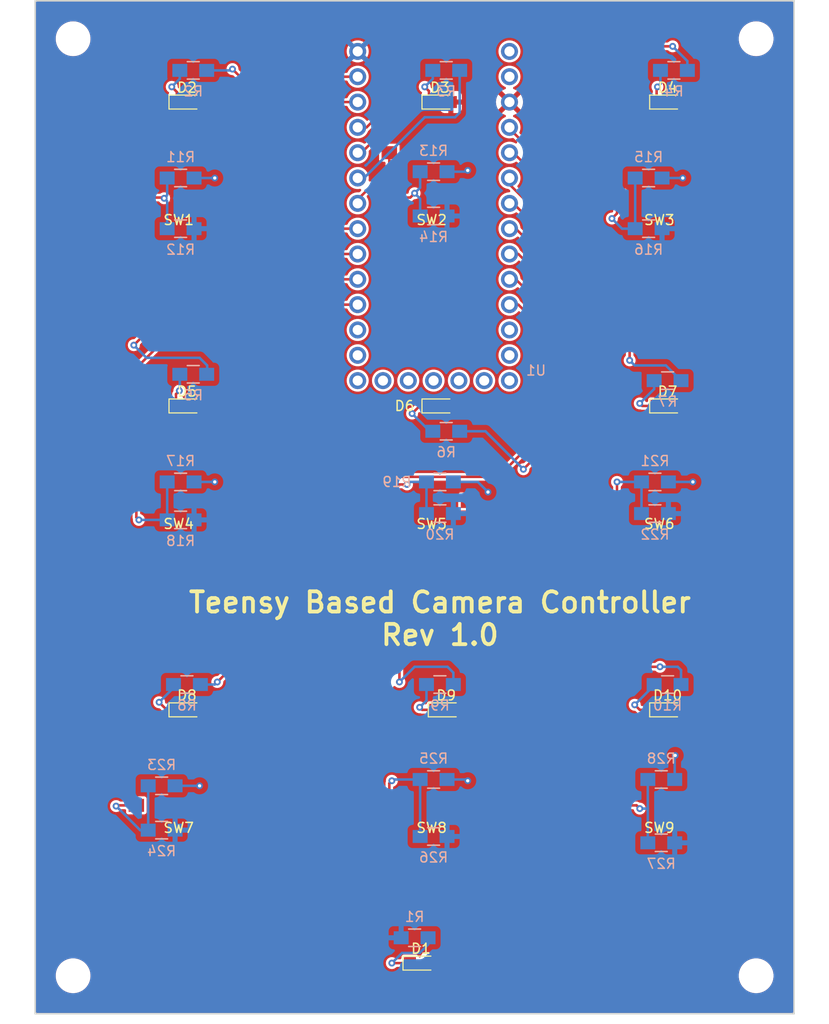
<source format=kicad_pcb>
(kicad_pcb (version 20221018) (generator pcbnew)
  (layers (0 "F.Cu" signal) (31 "B.Cu" signal) (34 "B.Paste" user) (35 "F.Paste" user) (36 "B.SilkS" user "B.Silkscreen") (37 "F.SilkS" user "F.Silkscreen") (38 "B.Mask" user) (39 "F.Mask" user) (44 "Edge.Cuts" user))
  (net 0 "")
  (net 1 "+3V3")
  (net 2 "Net-(D1-Pad1)")
  (net 3 "Net-(D2-Pad1)")
  (net 4 "Net-(D3-Pad1)")
  (net 5 "Net-(D4-Pad1)")
  (net 6 "Net-(D5-Pad1)")
  (net 7 "Net-(D6-Pad1)")
  (net 8 "Net-(D7-Pad1)")
  (net 9 "Net-(D8-Pad1)")
  (net 10 "Net-(D9-Pad1)")
  (net 11 "Net-(D10-Pad1)")
  (net 12 "GND")
  (net 13 "/LED1")
  (net 14 "/LED2")
  (net 15 "/LED3")
  (net 16 "/LED4")
  (net 17 "/LED5")
  (net 18 "/LED6")
  (net 19 "/LED7")
  (net 20 "/LED8")
  (net 21 "Net-(R11-Pad2)")
  (net 22 "Net-(R13-Pad2)")
  (net 23 "Net-(R15-Pad2)")
  (net 24 "Net-(R17-Pad2)")
  (net 25 "Net-(R19-Pad2)")
  (net 26 "Net-(R21-Pad2)")
  (net 27 "Net-(R23-Pad2)")
  (net 28 "Net-(R25-Pad2)")
  (net 29 "Net-(R27-Pad1)")
  (net 30 "Net-(U1-Pad25)")
  (net 31 "Net-(U1-Pad26)")
  (net 32 "Net-(U1-Pad28)")
  (net 33 "Net-(U1-Pad29)")
  (net 34 "Net-(U1-Pad30)")
  (net 35 "Net-(U1-Pad31)")
  (net 36 "Net-(U1-Pad32)")
  (net 37 "/LED9")
  (net 38 "/SW1")
  (net 39 "/SW2")
  (net 40 "/SW3")
  (net 41 "/SW4")
  (net 42 "/SW5")
  (net 43 "/SW6")
  (net 44 "/SW7")
  (net 45 "/SW8")
  (net 46 "/SW9")
  (net 47 "Net-(U1-Pad10)")
  (net 48 "Net-(U1-Pad11)")
  (net 49 "Net-(U1-Pad12)")
  (net 50 "Net-(U1-Pad13)")
  (net 51 "Net-(U1-Pad14)")
  (net 52 "Net-(U1-Pad15)")
  (footprint "LEDs:LED_0805" (layer "F.Cu") (at 135.255 137.16)
    (fp_text reference "D1" (at 0 -1.45) (layer "F.SilkS"))
    (fp_text value "LED")
    (pad "1" smd rect (at -1.1 0 180) (size 1.2 1.2) (layers "F.Cu" "F.Paste" "F.Mask") (net 2 "Net-(D1-Pad1)"))
    (pad "2" smd rect (at 1.1 0 180) (size 1.2 1.2) (layers "F.Cu" "F.Paste" "F.Mask") (net 1 "+3V3"))
  )
  (footprint "LEDs:LED_0805" (layer "F.Cu") (at 111.76 50.8)
    (fp_text reference "D2" (at 0 -1.45) (layer "F.SilkS"))
    (fp_text value "LED")
    (pad "1" smd rect (at -1.1 0 180) (size 1.2 1.2) (layers "F.Cu" "F.Paste" "F.Mask") (net 3 "Net-(D2-Pad1)"))
    (pad "2" smd rect (at 1.1 0 180) (size 1.2 1.2) (layers "F.Cu" "F.Paste" "F.Mask") (net 1 "+3V3"))
  )
  (footprint "LEDs:LED_0805" (layer "F.Cu") (at 137.16 50.8)
    (fp_text reference "D3" (at 0 -1.45) (layer "F.SilkS"))
    (fp_text value "LED")
    (pad "1" smd rect (at -1.1 0 180) (size 1.2 1.2) (layers "F.Cu" "F.Paste" "F.Mask") (net 4 "Net-(D3-Pad1)"))
    (pad "2" smd rect (at 1.1 0 180) (size 1.2 1.2) (layers "F.Cu" "F.Paste" "F.Mask") (net 1 "+3V3"))
  )
  (footprint "LEDs:LED_0805" (layer "F.Cu") (at 160.02 50.8)
    (fp_text reference "D4" (at 0 -1.45) (layer "F.SilkS"))
    (fp_text value "LED")
    (pad "1" smd rect (at -1.1 0 180) (size 1.2 1.2) (layers "F.Cu" "F.Paste" "F.Mask") (net 5 "Net-(D4-Pad1)"))
    (pad "2" smd rect (at 1.1 0 180) (size 1.2 1.2) (layers "F.Cu" "F.Paste" "F.Mask") (net 1 "+3V3"))
  )
  (footprint "LEDs:LED_0805" (layer "F.Cu") (at 111.76 81.28)
    (fp_text reference "D5" (at 0 -1.45) (layer "F.SilkS"))
    (fp_text value "LED")
    (pad "1" smd rect (at -1.1 0 180) (size 1.2 1.2) (layers "F.Cu" "F.Paste" "F.Mask") (net 6 "Net-(D5-Pad1)"))
    (pad "2" smd rect (at 1.1 0 180) (size 1.2 1.2) (layers "F.Cu" "F.Paste" "F.Mask") (net 1 "+3V3"))
  )
  (footprint "LEDs:LED_0805" (layer "F.Cu") (at 137.16 81.28)
    (fp_text reference "D6" (at -3.556 0) (layer "F.SilkS"))
    (fp_text value "LED")
    (pad "1" smd rect (at -1.1 0 180) (size 1.2 1.2) (layers "F.Cu" "F.Paste" "F.Mask") (net 7 "Net-(D6-Pad1)"))
    (pad "2" smd rect (at 1.1 0 180) (size 1.2 1.2) (layers "F.Cu" "F.Paste" "F.Mask") (net 1 "+3V3"))
  )
  (footprint "LEDs:LED_0805" (layer "F.Cu") (at 160.02 81.28)
    (fp_text reference "D7" (at 0 -1.45) (layer "F.SilkS"))
    (fp_text value "LED")
    (pad "1" smd rect (at -1.1 0 180) (size 1.2 1.2) (layers "F.Cu" "F.Paste" "F.Mask") (net 8 "Net-(D7-Pad1)"))
    (pad "2" smd rect (at 1.1 0 180) (size 1.2 1.2) (layers "F.Cu" "F.Paste" "F.Mask") (net 1 "+3V3"))
  )
  (footprint "LEDs:LED_0805" (layer "F.Cu") (at 111.76 111.76)
    (fp_text reference "D8" (at 0 -1.45) (layer "F.SilkS"))
    (fp_text value "LED")
    (pad "1" smd rect (at -1.1 0 180) (size 1.2 1.2) (layers "F.Cu" "F.Paste" "F.Mask") (net 9 "Net-(D8-Pad1)"))
    (pad "2" smd rect (at 1.1 0 180) (size 1.2 1.2) (layers "F.Cu" "F.Paste" "F.Mask") (net 1 "+3V3"))
  )
  (footprint "LEDs:LED_0805" (layer "F.Cu") (at 137.795 111.76)
    (fp_text reference "D9" (at 0 -1.45) (layer "F.SilkS"))
    (fp_text value "LED")
    (pad "1" smd rect (at -1.1 0 180) (size 1.2 1.2) (layers "F.Cu" "F.Paste" "F.Mask") (net 10 "Net-(D9-Pad1)"))
    (pad "2" smd rect (at 1.1 0 180) (size 1.2 1.2) (layers "F.Cu" "F.Paste" "F.Mask") (net 1 "+3V3"))
  )
  (footprint "LEDs:LED_0805" (layer "F.Cu") (at 160.02 111.76)
    (fp_text reference "D10" (at 0 -1.45) (layer "F.SilkS"))
    (fp_text value "LED")
    (pad "1" smd rect (at -1.1 0 180) (size 1.2 1.2) (layers "F.Cu" "F.Paste" "F.Mask") (net 11 "Net-(D10-Pad1)"))
    (pad "2" smd rect (at 1.1 0 180) (size 1.2 1.2) (layers "F.Cu" "F.Paste" "F.Mask") (net 1 "+3V3"))
  )
  (footprint "Key:PTS645SK43SMTR92" (layer "F.Cu") (at 106.68 55.88)
    (fp_text reference "SW1" (at 4.25 6.75) (layer "F.SilkS"))
    (fp_text value "SW_Push")
    (pad "1" smd rect (at 0 0) (size 1.55 1.3) (layers "F.Cu" "F.Paste" "F.Mask") (net 38 "/SW1"))
    (pad "2" smd rect (at 0 4.5) (size 1.55 1.3) (layers "F.Cu" "F.Paste" "F.Mask") (net 21 "Net-(R11-Pad2)"))
    (pad "3" smd rect (at 7.95 4.5) (size 1.55 1.3) (layers "F.Cu" "F.Paste" "F.Mask"))
    (pad "4" smd rect (at 7.95 0) (size 1.55 1.3) (layers "F.Cu" "F.Paste" "F.Mask"))
  )
  (footprint "Key:PTS645SK43SMTR92" (layer "F.Cu") (at 132.08 55.88)
    (fp_text reference "SW2" (at 4.25 6.75) (layer "F.SilkS"))
    (fp_text value "SW_Push")
    (pad "1" smd rect (at 0 0) (size 1.55 1.3) (layers "F.Cu" "F.Paste" "F.Mask") (net 39 "/SW2"))
    (pad "2" smd rect (at 0 4.5) (size 1.55 1.3) (layers "F.Cu" "F.Paste" "F.Mask") (net 22 "Net-(R13-Pad2)"))
    (pad "3" smd rect (at 7.95 4.5) (size 1.55 1.3) (layers "F.Cu" "F.Paste" "F.Mask"))
    (pad "4" smd rect (at 7.95 0) (size 1.55 1.3) (layers "F.Cu" "F.Paste" "F.Mask"))
  )
  (footprint "Key:PTS645SK43SMTR92" (layer "F.Cu") (at 154.94 55.88)
    (fp_text reference "SW3" (at 4.25 6.75) (layer "F.SilkS"))
    (fp_text value "SW_Push")
    (pad "1" smd rect (at 0 0) (size 1.55 1.3) (layers "F.Cu" "F.Paste" "F.Mask") (net 40 "/SW3"))
    (pad "2" smd rect (at 0 4.5) (size 1.55 1.3) (layers "F.Cu" "F.Paste" "F.Mask") (net 23 "Net-(R15-Pad2)"))
    (pad "3" smd rect (at 7.95 4.5) (size 1.55 1.3) (layers "F.Cu" "F.Paste" "F.Mask"))
    (pad "4" smd rect (at 7.95 0) (size 1.55 1.3) (layers "F.Cu" "F.Paste" "F.Mask"))
  )
  (footprint "Key:PTS645SK43SMTR92" (layer "F.Cu") (at 106.68 86.36)
    (fp_text reference "SW4" (at 4.25 6.75) (layer "F.SilkS"))
    (fp_text value "SW_Push")
    (pad "1" smd rect (at 0 0) (size 1.55 1.3) (layers "F.Cu" "F.Paste" "F.Mask") (net 41 "/SW4"))
    (pad "2" smd rect (at 0 4.5) (size 1.55 1.3) (layers "F.Cu" "F.Paste" "F.Mask") (net 24 "Net-(R17-Pad2)"))
    (pad "3" smd rect (at 7.95 4.5) (size 1.55 1.3) (layers "F.Cu" "F.Paste" "F.Mask"))
    (pad "4" smd rect (at 7.95 0) (size 1.55 1.3) (layers "F.Cu" "F.Paste" "F.Mask"))
  )
  (footprint "Key:PTS645SK43SMTR92" (layer "F.Cu") (at 132.08 86.36)
    (fp_text reference "SW5" (at 4.25 6.75) (layer "F.SilkS"))
    (fp_text value "SW_Push")
    (pad "1" smd rect (at 0 0) (size 1.55 1.3) (layers "F.Cu" "F.Paste" "F.Mask") (net 42 "/SW5"))
    (pad "2" smd rect (at 0 4.5) (size 1.55 1.3) (layers "F.Cu" "F.Paste" "F.Mask") (net 25 "Net-(R19-Pad2)"))
    (pad "3" smd rect (at 7.95 4.5) (size 1.55 1.3) (layers "F.Cu" "F.Paste" "F.Mask"))
    (pad "4" smd rect (at 7.95 0) (size 1.55 1.3) (layers "F.Cu" "F.Paste" "F.Mask"))
  )
  (footprint "Key:PTS645SK43SMTR92" (layer "F.Cu") (at 154.94 86.36)
    (fp_text reference "SW6" (at 4.25 6.75) (layer "F.SilkS"))
    (fp_text value "SW_Push")
    (pad "1" smd rect (at 0 0) (size 1.55 1.3) (layers "F.Cu" "F.Paste" "F.Mask") (net 43 "/SW6"))
    (pad "2" smd rect (at 0 4.5) (size 1.55 1.3) (layers "F.Cu" "F.Paste" "F.Mask") (net 26 "Net-(R21-Pad2)"))
    (pad "3" smd rect (at 7.95 4.5) (size 1.55 1.3) (layers "F.Cu" "F.Paste" "F.Mask"))
    (pad "4" smd rect (at 7.95 0) (size 1.55 1.3) (layers "F.Cu" "F.Paste" "F.Mask"))
  )
  (footprint "Key:PTS645SK43SMTR92" (layer "F.Cu") (at 106.68 116.84)
    (fp_text reference "SW7" (at 4.25 6.75) (layer "F.SilkS"))
    (fp_text value "SW_Push")
    (pad "1" smd rect (at 0 0) (size 1.55 1.3) (layers "F.Cu" "F.Paste" "F.Mask") (net 44 "/SW7"))
    (pad "2" smd rect (at 0 4.5) (size 1.55 1.3) (layers "F.Cu" "F.Paste" "F.Mask") (net 27 "Net-(R23-Pad2)"))
    (pad "3" smd rect (at 7.95 4.5) (size 1.55 1.3) (layers "F.Cu" "F.Paste" "F.Mask"))
    (pad "4" smd rect (at 7.95 0) (size 1.55 1.3) (layers "F.Cu" "F.Paste" "F.Mask"))
  )
  (footprint "Key:PTS645SK43SMTR92" (layer "F.Cu") (at 132.08 116.84)
    (fp_text reference "SW8" (at 4.25 6.75) (layer "F.SilkS"))
    (fp_text value "SW_Push")
    (pad "1" smd rect (at 0 0) (size 1.55 1.3) (layers "F.Cu" "F.Paste" "F.Mask") (net 45 "/SW8"))
    (pad "2" smd rect (at 0 4.5) (size 1.55 1.3) (layers "F.Cu" "F.Paste" "F.Mask") (net 28 "Net-(R25-Pad2)"))
    (pad "3" smd rect (at 7.95 4.5) (size 1.55 1.3) (layers "F.Cu" "F.Paste" "F.Mask"))
    (pad "4" smd rect (at 7.95 0) (size 1.55 1.3) (layers "F.Cu" "F.Paste" "F.Mask"))
  )
  (footprint "Key:PTS645SK43SMTR92" (layer "F.Cu") (at 154.94 116.84)
    (fp_text reference "SW9" (at 4.25 6.75) (layer "F.SilkS"))
    (fp_text value "SW_Push")
    (pad "1" smd rect (at 0 0) (size 1.55 1.3) (layers "F.Cu" "F.Paste" "F.Mask") (net 46 "/SW9"))
    (pad "2" smd rect (at 0 4.5) (size 1.55 1.3) (layers "F.Cu" "F.Paste" "F.Mask") (net 29 "Net-(R27-Pad1)"))
    (pad "3" smd rect (at 7.95 4.5) (size 1.55 1.3) (layers "F.Cu" "F.Paste" "F.Mask"))
    (pad "4" smd rect (at 7.95 0) (size 1.55 1.3) (layers "F.Cu" "F.Paste" "F.Mask"))
  )
  (footprint "Mounting_Holes:MountingHole_3mm" (layer "F.Cu") (at 168.91 44.45)
    (fp_text reference "REF**" hide)
    (fp_text value "MountingHole_3mm")
    (pad "" np_thru_hole circle locked (at 0 0) (size 3 3) (drill 3) (layers "*.Cu" "*.Mask"))
  )
  (footprint "Mounting_Holes:MountingHole_3mm" (layer "F.Cu") (at 100.33 44.45)
    (fp_text reference "REF**" hide)
    (fp_text value "MountingHole_3mm")
    (pad "" np_thru_hole circle locked (at 0 0) (size 3 3) (drill 3) (layers "*.Cu" "*.Mask"))
  )
  (footprint "Mounting_Holes:MountingHole_3mm" (layer "F.Cu") (at 100.33 138.43)
    (fp_text reference "REF**" hide)
    (fp_text value "MountingHole_3mm")
    (pad "" np_thru_hole circle locked (at 0 0) (size 3 3) (drill 3) (layers "*.Cu" "*.Mask"))
  )
  (footprint "Mounting_Holes:MountingHole_3mm" (layer "F.Cu") (at 168.91 138.43)
    (fp_text reference "REF**" hide)
    (fp_text value "MountingHole_3mm")
    (pad "" np_thru_hole circle locked (at 0 0) (size 3 3) (drill 3) (layers "*.Cu" "*.Mask"))
  )
  (footprint "Resistors_SMD:R_0805_HandSoldering" (layer "B.Cu") (at 134.62 134.62 180)
    (fp_text reference "R1" (at 0 2.1 180) (layer "B.SilkS") (effects (justify mirror)))
    (fp_text value "500")
    (pad "1" smd rect (at -1.35 0 180) (size 1.5 1.3) (layers "B.Cu" "B.Paste" "B.Mask") (net 2 "Net-(D1-Pad1)"))
    (pad "2" smd rect (at 1.35 0 180) (size 1.5 1.3) (layers "B.Cu" "B.Paste" "B.Mask") (net 12 "GND"))
  )
  (footprint "Resistors_SMD:R_0805_HandSoldering" (layer "B.Cu") (at 112.395 47.625)
    (fp_text reference "R2" (at 0 2.1) (layer "B.SilkS") (effects (justify mirror)))
    (fp_text value "500")
    (pad "1" smd rect (at -1.35 0) (size 1.5 1.3) (layers "B.Cu" "B.Paste" "B.Mask") (net 3 "Net-(D2-Pad1)"))
    (pad "2" smd rect (at 1.35 0) (size 1.5 1.3) (layers "B.Cu" "B.Paste" "B.Mask") (net 13 "/LED1"))
  )
  (footprint "Resistors_SMD:R_0805_HandSoldering" (layer "B.Cu") (at 137.795 47.625)
    (fp_text reference "R3" (at 0 2.1) (layer "B.SilkS") (effects (justify mirror)))
    (fp_text value "500")
    (pad "1" smd rect (at -1.35 0) (size 1.5 1.3) (layers "B.Cu" "B.Paste" "B.Mask") (net 4 "Net-(D3-Pad1)"))
    (pad "2" smd rect (at 1.35 0) (size 1.5 1.3) (layers "B.Cu" "B.Paste" "B.Mask") (net 14 "/LED2"))
  )
  (footprint "Resistors_SMD:R_0805_HandSoldering" (layer "B.Cu") (at 160.655 47.625)
    (fp_text reference "R4" (at 0 2.1) (layer "B.SilkS") (effects (justify mirror)))
    (fp_text value "500")
    (pad "1" smd rect (at -1.35 0) (size 1.5 1.3) (layers "B.Cu" "B.Paste" "B.Mask") (net 5 "Net-(D4-Pad1)"))
    (pad "2" smd rect (at 1.35 0) (size 1.5 1.3) (layers "B.Cu" "B.Paste" "B.Mask") (net 15 "/LED3"))
  )
  (footprint "Resistors_SMD:R_0805_HandSoldering" (layer "B.Cu") (at 112.395 78.105)
    (fp_text reference "R5" (at 0 2.1) (layer "B.SilkS") (effects (justify mirror)))
    (fp_text value "500")
    (pad "1" smd rect (at -1.35 0) (size 1.5 1.3) (layers "B.Cu" "B.Paste" "B.Mask") (net 6 "Net-(D5-Pad1)"))
    (pad "2" smd rect (at 1.35 0) (size 1.5 1.3) (layers "B.Cu" "B.Paste" "B.Mask") (net 16 "/LED4"))
  )
  (footprint "Resistors_SMD:R_0805_HandSoldering" (layer "B.Cu") (at 137.795 83.82)
    (fp_text reference "R6" (at 0 2.1) (layer "B.SilkS") (effects (justify mirror)))
    (fp_text value "500")
    (pad "1" smd rect (at -1.35 0) (size 1.5 1.3) (layers "B.Cu" "B.Paste" "B.Mask") (net 7 "Net-(D6-Pad1)"))
    (pad "2" smd rect (at 1.35 0) (size 1.5 1.3) (layers "B.Cu" "B.Paste" "B.Mask") (net 17 "/LED5"))
  )
  (footprint "Resistors_SMD:R_0805_HandSoldering" (layer "B.Cu") (at 160.02 78.74)
    (fp_text reference "R7" (at 0 2.1) (layer "B.SilkS") (effects (justify mirror)))
    (fp_text value "500")
    (pad "1" smd rect (at -1.35 0) (size 1.5 1.3) (layers "B.Cu" "B.Paste" "B.Mask") (net 8 "Net-(D7-Pad1)"))
    (pad "2" smd rect (at 1.35 0) (size 1.5 1.3) (layers "B.Cu" "B.Paste" "B.Mask") (net 18 "/LED6"))
  )
  (footprint "Resistors_SMD:R_0805_HandSoldering" (layer "B.Cu") (at 111.76 109.22)
    (fp_text reference "R8" (at 0 2.1) (layer "B.SilkS") (effects (justify mirror)))
    (fp_text value "500")
    (pad "1" smd rect (at -1.35 0) (size 1.5 1.3) (layers "B.Cu" "B.Paste" "B.Mask") (net 9 "Net-(D8-Pad1)"))
    (pad "2" smd rect (at 1.35 0) (size 1.5 1.3) (layers "B.Cu" "B.Paste" "B.Mask") (net 19 "/LED7"))
  )
  (footprint "Resistors_SMD:R_0805_HandSoldering" (layer "B.Cu") (at 137.16 109.22)
    (fp_text reference "R9" (at 0 2.1) (layer "B.SilkS") (effects (justify mirror)))
    (fp_text value "500")
    (pad "1" smd rect (at -1.35 0) (size 1.5 1.3) (layers "B.Cu" "B.Paste" "B.Mask") (net 10 "Net-(D9-Pad1)"))
    (pad "2" smd rect (at 1.35 0) (size 1.5 1.3) (layers "B.Cu" "B.Paste" "B.Mask") (net 20 "/LED8"))
  )
  (footprint "Resistors_SMD:R_0805_HandSoldering" (layer "B.Cu") (at 160.02 109.22)
    (fp_text reference "R10" (at 0 2.1) (layer "B.SilkS") (effects (justify mirror)))
    (fp_text value "500")
    (pad "1" smd rect (at -1.35 0) (size 1.5 1.3) (layers "B.Cu" "B.Paste" "B.Mask") (net 11 "Net-(D10-Pad1)"))
    (pad "2" smd rect (at 1.35 0) (size 1.5 1.3) (layers "B.Cu" "B.Paste" "B.Mask") (net 37 "/LED9"))
  )
  (footprint "Resistors_SMD:R_0805_HandSoldering" (layer "B.Cu") (at 111.125 58.42 180)
    (fp_text reference "R11" (at 0 2.1 180) (layer "B.SilkS") (effects (justify mirror)))
    (fp_text value "1K")
    (pad "1" smd rect (at -1.35 0 180) (size 1.5 1.3) (layers "B.Cu" "B.Paste" "B.Mask") (net 1 "+3V3"))
    (pad "2" smd rect (at 1.35 0 180) (size 1.5 1.3) (layers "B.Cu" "B.Paste" "B.Mask") (net 21 "Net-(R11-Pad2)"))
  )
  (footprint "Resistors_SMD:R_0805_HandSoldering" (layer "B.Cu") (at 111.125 63.5)
    (fp_text reference "R12" (at 0 2.1) (layer "B.SilkS") (effects (justify mirror)))
    (fp_text value "1K")
    (pad "1" smd rect (at -1.35 0) (size 1.5 1.3) (layers "B.Cu" "B.Paste" "B.Mask") (net 21 "Net-(R11-Pad2)"))
    (pad "2" smd rect (at 1.35 0) (size 1.5 1.3) (layers "B.Cu" "B.Paste" "B.Mask") (net 12 "GND"))
  )
  (footprint "Resistors_SMD:R_0805_HandSoldering" (layer "B.Cu") (at 136.525 57.785 180)
    (fp_text reference "R13" (at 0 2.1 180) (layer "B.SilkS") (effects (justify mirror)))
    (fp_text value "1K")
    (pad "1" smd rect (at -1.35 0 180) (size 1.5 1.3) (layers "B.Cu" "B.Paste" "B.Mask") (net 1 "+3V3"))
    (pad "2" smd rect (at 1.35 0 180) (size 1.5 1.3) (layers "B.Cu" "B.Paste" "B.Mask") (net 22 "Net-(R13-Pad2)"))
  )
  (footprint "Resistors_SMD:R_0805_HandSoldering" (layer "B.Cu") (at 136.525 62.23)
    (fp_text reference "R14" (at 0 2.1) (layer "B.SilkS") (effects (justify mirror)))
    (fp_text value "1K")
    (pad "1" smd rect (at -1.35 0) (size 1.5 1.3) (layers "B.Cu" "B.Paste" "B.Mask") (net 22 "Net-(R13-Pad2)"))
    (pad "2" smd rect (at 1.35 0) (size 1.5 1.3) (layers "B.Cu" "B.Paste" "B.Mask") (net 12 "GND"))
  )
  (footprint "Resistors_SMD:R_0805_HandSoldering" (layer "B.Cu") (at 158.115 58.42 180)
    (fp_text reference "R15" (at 0 2.1 180) (layer "B.SilkS") (effects (justify mirror)))
    (fp_text value "1K")
    (pad "1" smd rect (at -1.35 0 180) (size 1.5 1.3) (layers "B.Cu" "B.Paste" "B.Mask") (net 1 "+3V3"))
    (pad "2" smd rect (at 1.35 0 180) (size 1.5 1.3) (layers "B.Cu" "B.Paste" "B.Mask") (net 23 "Net-(R15-Pad2)"))
  )
  (footprint "Resistors_SMD:R_0805_HandSoldering" (layer "B.Cu") (at 158.115 63.5)
    (fp_text reference "R16" (at 0 2.1) (layer "B.SilkS") (effects (justify mirror)))
    (fp_text value "1K")
    (pad "1" smd rect (at -1.35 0) (size 1.5 1.3) (layers "B.Cu" "B.Paste" "B.Mask") (net 23 "Net-(R15-Pad2)"))
    (pad "2" smd rect (at 1.35 0) (size 1.5 1.3) (layers "B.Cu" "B.Paste" "B.Mask") (net 12 "GND"))
  )
  (footprint "Resistors_SMD:R_0805_HandSoldering" (layer "B.Cu") (at 111.125 88.9 180)
    (fp_text reference "R17" (at 0 2.1 180) (layer "B.SilkS") (effects (justify mirror)))
    (fp_text value "1K")
    (pad "1" smd rect (at -1.35 0 180) (size 1.5 1.3) (layers "B.Cu" "B.Paste" "B.Mask") (net 1 "+3V3"))
    (pad "2" smd rect (at 1.35 0 180) (size 1.5 1.3) (layers "B.Cu" "B.Paste" "B.Mask") (net 24 "Net-(R17-Pad2)"))
  )
  (footprint "Resistors_SMD:R_0805_HandSoldering" (layer "B.Cu") (at 111.125 92.71)
    (fp_text reference "R18" (at 0 2.1) (layer "B.SilkS") (effects (justify mirror)))
    (fp_text value "1K")
    (pad "1" smd rect (at -1.35 0) (size 1.5 1.3) (layers "B.Cu" "B.Paste" "B.Mask") (net 24 "Net-(R17-Pad2)"))
    (pad "2" smd rect (at 1.35 0) (size 1.5 1.3) (layers "B.Cu" "B.Paste" "B.Mask") (net 12 "GND"))
  )
  (footprint "Resistors_SMD:R_0805_HandSoldering" (layer "B.Cu") (at 137.16 88.9 180)
    (fp_text reference "R19" (at 4.318 0 180) (layer "B.SilkS") (effects (justify mirror)))
    (fp_text value "1K")
    (pad "1" smd rect (at -1.35 0 180) (size 1.5 1.3) (layers "B.Cu" "B.Paste" "B.Mask") (net 1 "+3V3"))
    (pad "2" smd rect (at 1.35 0 180) (size 1.5 1.3) (layers "B.Cu" "B.Paste" "B.Mask") (net 25 "Net-(R19-Pad2)"))
  )
  (footprint "Resistors_SMD:R_0805_HandSoldering" (layer "B.Cu") (at 137.16 92.075)
    (fp_text reference "R20" (at 0 2.1) (layer "B.SilkS") (effects (justify mirror)))
    (fp_text value "1K")
    (pad "1" smd rect (at -1.35 0) (size 1.5 1.3) (layers "B.Cu" "B.Paste" "B.Mask") (net 25 "Net-(R19-Pad2)"))
    (pad "2" smd rect (at 1.35 0) (size 1.5 1.3) (layers "B.Cu" "B.Paste" "B.Mask") (net 12 "GND"))
  )
  (footprint "Resistors_SMD:R_0805_HandSoldering" (layer "B.Cu") (at 158.75 88.9 180)
    (fp_text reference "R21" (at 0 2.1 180) (layer "B.SilkS") (effects (justify mirror)))
    (fp_text value "1K")
    (pad "1" smd rect (at -1.35 0 180) (size 1.5 1.3) (layers "B.Cu" "B.Paste" "B.Mask") (net 1 "+3V3"))
    (pad "2" smd rect (at 1.35 0 180) (size 1.5 1.3) (layers "B.Cu" "B.Paste" "B.Mask") (net 26 "Net-(R21-Pad2)"))
  )
  (footprint "Resistors_SMD:R_0805_HandSoldering" (layer "B.Cu") (at 158.75 92.075)
    (fp_text reference "R22" (at 0 2.1) (layer "B.SilkS") (effects (justify mirror)))
    (fp_text value "1K")
    (pad "1" smd rect (at -1.35 0) (size 1.5 1.3) (layers "B.Cu" "B.Paste" "B.Mask") (net 26 "Net-(R21-Pad2)"))
    (pad "2" smd rect (at 1.35 0) (size 1.5 1.3) (layers "B.Cu" "B.Paste" "B.Mask") (net 12 "GND"))
  )
  (footprint "Resistors_SMD:R_0805_HandSoldering" (layer "B.Cu") (at 109.22 119.38 180)
    (fp_text reference "R23" (at 0 2.1 180) (layer "B.SilkS") (effects (justify mirror)))
    (fp_text value "1K")
    (pad "1" smd rect (at -1.35 0 180) (size 1.5 1.3) (layers "B.Cu" "B.Paste" "B.Mask") (net 1 "+3V3"))
    (pad "2" smd rect (at 1.35 0 180) (size 1.5 1.3) (layers "B.Cu" "B.Paste" "B.Mask") (net 27 "Net-(R23-Pad2)"))
  )
  (footprint "Resistors_SMD:R_0805_HandSoldering" (layer "B.Cu") (at 109.22 123.825)
    (fp_text reference "R24" (at 0 2.1) (layer "B.SilkS") (effects (justify mirror)))
    (fp_text value "1K")
    (pad "1" smd rect (at -1.35 0) (size 1.5 1.3) (layers "B.Cu" "B.Paste" "B.Mask") (net 27 "Net-(R23-Pad2)"))
    (pad "2" smd rect (at 1.35 0) (size 1.5 1.3) (layers "B.Cu" "B.Paste" "B.Mask") (net 12 "GND"))
  )
  (footprint "Resistors_SMD:R_0805_HandSoldering" (layer "B.Cu") (at 136.525 118.745 180)
    (fp_text reference "R25" (at 0 2.1 180) (layer "B.SilkS") (effects (justify mirror)))
    (fp_text value "1K")
    (pad "1" smd rect (at -1.35 0 180) (size 1.5 1.3) (layers "B.Cu" "B.Paste" "B.Mask") (net 1 "+3V3"))
    (pad "2" smd rect (at 1.35 0 180) (size 1.5 1.3) (layers "B.Cu" "B.Paste" "B.Mask") (net 28 "Net-(R25-Pad2)"))
  )
  (footprint "Resistors_SMD:R_0805_HandSoldering" (layer "B.Cu") (at 136.525 124.46)
    (fp_text reference "R26" (at 0 2.1) (layer "B.SilkS") (effects (justify mirror)))
    (fp_text value "1K")
    (pad "1" smd rect (at -1.35 0) (size 1.5 1.3) (layers "B.Cu" "B.Paste" "B.Mask") (net 28 "Net-(R25-Pad2)"))
    (pad "2" smd rect (at 1.35 0) (size 1.5 1.3) (layers "B.Cu" "B.Paste" "B.Mask") (net 12 "GND"))
  )
  (footprint "Resistors_SMD:R_0805_HandSoldering" (layer "B.Cu") (at 159.385 125.095)
    (fp_text reference "R27" (at 0 2.1) (layer "B.SilkS") (effects (justify mirror)))
    (fp_text value "1K")
    (pad "1" smd rect (at -1.35 0) (size 1.5 1.3) (layers "B.Cu" "B.Paste" "B.Mask") (net 29 "Net-(R27-Pad1)"))
    (pad "2" smd rect (at 1.35 0) (size 1.5 1.3) (layers "B.Cu" "B.Paste" "B.Mask") (net 12 "GND"))
  )
  (footprint "Resistors_SMD:R_0805_HandSoldering" (layer "B.Cu") (at 159.385 118.745 180)
    (fp_text reference "R28" (at 0 2.1 180) (layer "B.SilkS") (effects (justify mirror)))
    (fp_text value "1K")
    (pad "1" smd rect (at -1.35 0 180) (size 1.5 1.3) (layers "B.Cu" "B.Paste" "B.Mask") (net 1 "+3V3"))
    (pad "2" smd rect (at 1.35 0 180) (size 1.5 1.3) (layers "B.Cu" "B.Paste" "B.Mask") (net 29 "Net-(R27-Pad1)"))
  )
  (footprint "Key:Teensy-32" (layer "B.Cu") (at 136.525 60.96 180)
    (fp_text reference "U1" (at -10.287 -16.764 180) (layer "B.SilkS") (effects (justify mirror)))
    (fp_text value "Teensy-3.2")
    (pad "0" thru_hole circle (at 7.62 12.7 180) (size 1.7018 1.7018) (drill 1.016) (layers "*.Cu" "*.Mask") (net 13 "/LED1"))
    (pad "1" thru_hole circle (at 7.62 10.16 180) (size 1.7018 1.7018) (drill 1.016) (layers "*.Cu" "*.Mask") (net 38 "/SW1"))
    (pad "2" thru_hole circle (at 7.62 7.62 180) (size 1.7018 1.7018) (drill 1.016) (layers "*.Cu" "*.Mask") (net 15 "/LED3"))
    (pad "3" thru_hole circle (at 7.62 5.08 180) (size 1.7018 1.7018) (drill 1.016) (layers "*.Cu" "*.Mask") (net 40 "/SW3"))
    (pad "4" thru_hole circle (at 7.62 2.54 180) (size 1.7018 1.7018) (drill 1.016) (layers "*.Cu" "*.Mask") (net 14 "/LED2"))
    (pad "5" thru_hole circle (at 7.62 0 180) (size 1.7018 1.7018) (drill 1.016) (layers "*.Cu" "*.Mask") (net 39 "/SW2"))
    (pad "6" thru_hole circle (at 7.62 -2.54 180) (size 1.7018 1.7018) (drill 1.016) (layers "*.Cu" "*.Mask") (net 16 "/LED4"))
    (pad "7" thru_hole circle (at 7.62 -5.08 180) (size 1.7018 1.7018) (drill 1.016) (layers "*.Cu" "*.Mask") (net 41 "/SW4"))
    (pad "8" thru_hole circle (at 7.62 -7.62 180) (size 1.7018 1.7018) (drill 1.016) (layers "*.Cu" "*.Mask") (net 19 "/LED7"))
    (pad "9" thru_hole circle (at 7.62 -10.16 180) (size 1.7018 1.7018) (drill 1.016) (layers "*.Cu" "*.Mask") (net 44 "/SW7"))
    (pad "10" thru_hole circle (at 7.62 -12.7 180) (size 1.7018 1.7018) (drill 1.016) (layers "*.Cu" "*.Mask") (net 47 "Net-(U1-Pad10)"))
    (pad "11" thru_hole circle (at 7.62 -15.24 180) (size 1.7018 1.7018) (drill 1.016) (layers "*.Cu" "*.Mask") (net 48 "Net-(U1-Pad11)"))
    (pad "12" thru_hole circle (at 7.62 -17.78 180) (size 1.7018 1.7018) (drill 1.016) (layers "*.Cu" "*.Mask") (net 49 "Net-(U1-Pad12)"))
    (pad "13" thru_hole circle (at -7.62 -17.78 180) (size 1.7018 1.7018) (drill 1.016) (layers "*.Cu" "*.Mask") (net 50 "Net-(U1-Pad13)"))
    (pad "14" thru_hole circle (at -7.62 -15.24 180) (size 1.7018 1.7018) (drill 1.016) (layers "*.Cu" "*.Mask") (net 51 "Net-(U1-Pad14)"))
    (pad "15" thru_hole circle (at -7.62 -12.7 180) (size 1.7018 1.7018) (drill 1.016) (layers "*.Cu" "*.Mask") (net 52 "Net-(U1-Pad15)"))
    (pad "16" thru_hole circle (at -7.62 -10.16 180) (size 1.7018 1.7018) (drill 1.016) (layers "*.Cu" "*.Mask") (net 42 "/SW5"))
    (pad "17" thru_hole circle (at -7.62 -7.62 180) (size 1.7018 1.7018) (drill 1.016) (layers "*.Cu" "*.Mask") (net 17 "/LED5"))
    (pad "18" thru_hole circle (at -7.62 -5.08 180) (size 1.7018 1.7018) (drill 1.016) (layers "*.Cu" "*.Mask") (net 45 "/SW8"))
    (pad "19" thru_hole circle (at -7.62 -2.54 180) (size 1.7018 1.7018) (drill 1.016) (layers "*.Cu" "*.Mask") (net 20 "/LED8"))
    (pad "20" thru_hole circle (at -7.62 0 180) (size 1.7018 1.7018) (drill 1.016) (layers "*.Cu" "*.Mask") (net 46 "/SW9"))
    (pad "21" thru_hole circle (at -7.62 2.54 180) (size 1.7018 1.7018) (drill 1.016) (layers "*.Cu" "*.Mask") (net 37 "/LED9"))
    (pad "22" thru_hole circle (at -7.62 5.08 180) (size 1.7018 1.7018) (drill 1.016) (layers "*.Cu" "*.Mask") (net 43 "/SW6"))
    (pad "23" thru_hole circle (at -7.62 7.62 180) (size 1.7018 1.7018) (drill 1.016) (layers "*.Cu" "*.Mask") (net 18 "/LED6"))
    (pad "24" thru_hole circle (at -7.62 10.16 180) (size 1.7018 1.7018) (drill 1.016) (layers "*.Cu" "*.Mask") (net 1 "+3V3"))
    (pad "25" thru_hole circle (at -7.62 12.7 180) (size 1.7018 1.7018) (drill 1.016) (layers "*.Cu" "*.Mask") (net 30 "Net-(U1-Pad25)"))
    (pad "26" thru_hole circle (at -7.62 15.24 180) (size 1.7018 1.7018) (drill 1.016) (layers "*.Cu" "*.Mask") (net 31 "Net-(U1-Pad26)"))
    (pad "27" thru_hole circle (at 7.62 15.24 180) (size 1.7018 1.7018) (drill 1.016) (layers "*.Cu" "*.Mask") (net 12 "GND"))
    (pad "28" thru_hole circle (at 5.08 -17.78 180) (size 1.7018 1.7018) (drill 1.016) (layers "*.Cu" "*.Mask") (net 32 "Net-(U1-Pad28)"))
    (pad "29" thru_hole circle (at 2.54 -17.78 180) (size 1.7018 1.7018) (drill 1.016) (layers "*.Cu" "*.Mask") (net 33 "Net-(U1-Pad29)"))
    (pad "30" thru_hole circle (at 0 -17.78 180) (size 1.7018 1.7018) (drill 1.016) (layers "*.Cu" "*.Mask") (net 34 "Net-(U1-Pad30)"))
    (pad "31" thru_hole circle (at -2.54 -17.78 180) (size 1.7018 1.7018) (drill 1.016) (layers "*.Cu" "*.Mask") (net 35 "Net-(U1-Pad31)"))
    (pad "32" thru_hole circle (at -5.08 -17.78 180) (size 1.7018 1.7018) (drill 1.016) (layers "*.Cu" "*.Mask") (net 36 "Net-(U1-Pad32)"))
  )
  (gr_line (start 172.72 40.64) (end 96.52 40.64) (stroke (width 0.15)) (layer "Edge.Cuts"))
  (gr_line (start 96.52 40.64) (end 96.52 142.24) (stroke (width 0.15)) (layer "Edge.Cuts"))
  (gr_line (start 96.52 142.24) (end 172.72 142.24) (stroke (width 0.15)) (layer "Edge.Cuts"))
  (gr_line (start 172.72 142.24) (end 172.72 40.64) (stroke (width 0.15)) (layer "Edge.Cuts"))
  (gr_text "Teensy Based Camera Controller\nRev 1.0" (at 137.16 102.616) (layer "F.SilkS") (effects (font (size 2.032 2.032) (thickness 0.381))))
  (via (at 114.554 88.9) (size 0.6858) (drill 0.3302) (layers "F.Cu" "B.Cu") (net 1))
  (via (at 141.986 89.916) (size 0.6858) (drill 0.3302) (layers "F.Cu" "B.Cu") (net 1))
  (via (at 114.554 58.42) (size 0.6858) (drill 0.3302) (layers "F.Cu" "B.Cu") (net 1))
  (via (at 139.954 57.658) (size 0.6858) (drill 0.3302) (layers "F.Cu" "B.Cu") (net 1))
  (via (at 113.03 119.38) (size 0.6858) (drill 0.3302) (layers "F.Cu" "B.Cu") (net 1))
  (via (at 161.544 58.42) (size 0.6858) (drill 0.3302) (layers "F.Cu" "B.Cu") (net 1))
  (via (at 160.782 116.332) (size 0.6858) (drill 0.3302) (layers "F.Cu" "B.Cu") (net 1))
  (via (at 162.56 88.9) (size 0.6858) (drill 0.3302) (layers "F.Cu" "B.Cu") (net 1))
  (via (at 139.954 118.872) (size 0.6858) (drill 0.3302) (layers "F.Cu" "B.Cu") (net 1))
  (segment (start 160.735 116.379) (end 160.782 116.332) (width 0.254) (layer "B.Cu") (net 1))
  (segment (start 139.827 118.745) (end 139.954 118.872) (width 0.254) (layer "B.Cu") (net 1))
  (segment (start 139.954 57.658) (end 139.827 57.785) (width 0.254) (layer "B.Cu") (net 1))
  (segment (start 140.97 88.9) (end 141.986 89.916) (width 0.254) (layer "B.Cu") (net 1))
  (segment (start 137.875 118.745) (end 139.827 118.745) (width 0.254) (layer "B.Cu") (net 1))
  (segment (start 112.475 88.9) (end 114.554 88.9) (width 0.254) (layer "B.Cu") (net 1))
  (segment (start 160.1 88.9) (end 162.56 88.9) (width 0.254) (layer "B.Cu") (net 1))
  (segment (start 138.51 88.9) (end 140.97 88.9) (width 0.254) (layer "B.Cu") (net 1))
  (segment (start 110.57 119.38) (end 113.03 119.38) (width 0.254) (layer "B.Cu") (net 1))
  (segment (start 112.475 58.42) (end 114.554 58.42) (width 0.254) (layer "B.Cu") (net 1))
  (segment (start 139.827 57.785) (end 137.875 57.785) (width 0.254) (layer "B.Cu") (net 1))
  (segment (start 159.465 58.42) (end 161.544 58.42) (width 0.254) (layer "B.Cu") (net 1))
  (segment (start 160.735 118.745) (end 160.735 116.379) (width 0.254) (layer "B.Cu") (net 1))
  (segment (start 134.155 137.16) (end 132.334 137.16) (width 0.254) (layer "F.Cu") (net 2))
  (via (at 132.334 137.16) (size 0.6858) (drill 0.3302) (layers "F.Cu" "B.Cu") (net 2))
  (segment (start 132.334 137.16) (end 133.35 136.144) (width 0.254) (layer "B.Cu") (net 2))
  (segment (start 133.35 136.144) (end 135.128 136.144) (width 0.254) (layer "B.Cu") (net 2))
  (segment (start 135.128 136.144) (end 135.97 135.302) (width 0.254) (layer "B.Cu") (net 2))
  (segment (start 135.97 135.302) (end 135.97 134.62) (width 0.254) (layer "B.Cu") (net 2))
  (segment (start 110.236 49.276) (end 110.744 49.784) (width 0.254) (layer "F.Cu") (net 3))
  (segment (start 110.744 49.784) (end 110.744 50.716) (width 0.254) (layer "F.Cu") (net 3))
  (segment (start 110.744 50.716) (end 110.66 50.8) (width 0.254) (layer "F.Cu") (net 3))
  (via (at 110.236 49.276) (size 0.6858) (drill 0.3302) (layers "F.Cu" "B.Cu") (net 3))
  (segment (start 111.045 48.467) (end 110.236 49.276) (width 0.254) (layer "B.Cu") (net 3))
  (segment (start 111.045 47.625) (end 111.045 48.467) (width 0.254) (layer "B.Cu") (net 3))
  (segment (start 135.636 49.276) (end 136.06 49.7) (width 0.254) (layer "F.Cu") (net 4))
  (segment (start 136.06 49.7) (end 136.06 50.8) (width 0.254) (layer "F.Cu") (net 4))
  (via (at 135.636 49.276) (size 0.6858) (drill 0.3302) (layers "F.Cu" "B.Cu") (net 4))
  (segment (start 136.445 48.467) (end 135.636 49.276) (width 0.254) (layer "B.Cu") (net 4))
  (segment (start 136.445 47.625) (end 136.445 48.467) (width 0.254) (layer "B.Cu") (net 4))
  (segment (start 158.92 49.36) (end 159.004 49.276) (width 0.254) (layer "F.Cu") (net 5))
  (segment (start 158.92 50.8) (end 158.92 49.36) (width 0.254) (layer "F.Cu") (net 5))
  (via (at 159.004 49.276) (size 0.6858) (drill 0.3302) (layers "F.Cu" "B.Cu") (net 5))
  (segment (start 159.004 49.276) (end 159.305 48.975) (width 0.254) (layer "B.Cu") (net 5))
  (segment (start 159.305 48.975) (end 159.305 47.625) (width 0.254) (layer "B.Cu") (net 5))
  (segment (start 110.998 79.756) (end 110.66 80.094) (width 0.254) (layer "F.Cu") (net 6))
  (segment (start 110.66 80.094) (end 110.66 81.28) (width 0.254) (layer "F.Cu") (net 6))
  (via (at 110.998 79.756) (size 0.6858) (drill 0.3302) (layers "F.Cu" "B.Cu") (net 6))
  (segment (start 111.045 79.709) (end 110.998 79.756) (width 0.254) (layer "B.Cu") (net 6))
  (segment (start 111.045 78.105) (end 111.045 79.709) (width 0.254) (layer "B.Cu") (net 6))
  (segment (start 135.128 81.28) (end 134.366 82.042) (width 0.254) (layer "F.Cu") (net 7))
  (segment (start 136.06 81.28) (end 135.128 81.28) (width 0.254) (layer "F.Cu") (net 7))
  (via (at 134.366 82.042) (size 0.6858) (drill 0.3302) (layers "F.Cu" "B.Cu") (net 7))
  (segment (start 134.366 82.042) (end 136.144 83.82) (width 0.254) (layer "B.Cu") (net 7))
  (segment (start 136.144 83.82) (end 136.445 83.82) (width 0.254) (layer "B.Cu") (net 7))
  (segment (start 157.226 81.026) (end 157.48 81.28) (width 0.254) (layer "F.Cu") (net 8))
  (segment (start 157.48 81.28) (end 158.92 81.28) (width 0.254) (layer "F.Cu") (net 8))
  (via (at 157.226 81.026) (size 0.6858) (drill 0.3302) (layers "F.Cu" "B.Cu") (net 8))
  (segment (start 158.67 79.582) (end 157.226 81.026) (width 0.254) (layer "B.Cu") (net 8))
  (segment (start 158.67 78.74) (end 158.67 79.582) (width 0.254) (layer "B.Cu") (net 8))
  (segment (start 109.728 111.76) (end 108.966 110.998) (width 0.254) (layer "F.Cu") (net 9))
  (segment (start 110.66 111.76) (end 109.728 111.76) (width 0.254) (layer "F.Cu") (net 9))
  (via (at 108.966 110.998) (size 0.6858) (drill 0.3302) (layers "F.Cu" "B.Cu") (net 9))
  (segment (start 108.966 110.998) (end 110.41 109.554) (width 0.254) (layer "B.Cu") (net 9))
  (segment (start 110.41 109.554) (end 110.41 109.22) (width 0.254) (layer "B.Cu") (net 9))
  (segment (start 135.128 111.506) (end 135.382 111.76) (width 0.254) (layer "F.Cu") (net 10))
  (segment (start 135.382 111.76) (end 136.695 111.76) (width 0.254) (layer "F.Cu") (net 10))
  (via (at 135.128 111.506) (size 0.6858) (drill 0.3302) (layers "F.Cu" "B.Cu") (net 10))
  (segment (start 135.81 110.824) (end 135.128 111.506) (width 0.254) (layer "B.Cu") (net 10))
  (segment (start 135.81 109.22) (end 135.81 110.824) (width 0.254) (layer "B.Cu") (net 10))
  (segment (start 157.226 111.76) (end 156.718 111.252) (width 0.254) (layer "F.Cu") (net 11))
  (segment (start 158.92 111.76) (end 157.226 111.76) (width 0.254) (layer "F.Cu") (net 11))
  (via (at 156.718 111.252) (size 0.6858) (drill 0.3302) (layers "F.Cu" "B.Cu") (net 11))
  (segment (start 156.718 111.252) (end 158.67 109.3) (width 0.254) (layer "B.Cu") (net 11))
  (segment (start 158.67 109.3) (end 158.67 109.22) (width 0.254) (layer "B.Cu") (net 11))
  (segment (start 117.094 48.26) (end 116.332 47.498) (width 0.254) (layer "F.Cu") (net 13))
  (segment (start 128.905 48.26) (end 117.094 48.26) (width 0.254) (layer "F.Cu") (net 13))
  (via (at 116.332 47.498) (size 0.6858) (drill 0.3302) (layers "F.Cu" "B.Cu") (net 13))
  (segment (start 116.332 47.498) (end 116.205 47.625) (width 0.254) (layer "B.Cu") (net 13))
  (segment (start 116.205 47.625) (end 113.745 47.625) (width 0.254) (layer "B.Cu") (net 13))
  (segment (start 129.54 58.42) (end 135.636 52.324) (width 0.254) (layer "B.Cu") (net 14))
  (segment (start 135.636 52.324) (end 138.684 52.324) (width 0.254) (layer "B.Cu") (net 14))
  (segment (start 138.684 52.324) (end 139.145 51.863) (width 0.254) (layer "B.Cu") (net 14))
  (segment (start 139.145 51.863) (end 139.145 47.625) (width 0.254) (layer "B.Cu") (net 14))
  (segment (start 128.905 58.42) (end 129.54 58.42) (width 0.254) (layer "B.Cu") (net 14))
  (segment (start 129.794 53.34) (end 131.572 51.562) (width 0.254) (layer "F.Cu") (net 15))
  (segment (start 131.572 51.562) (end 131.572 45.466) (width 0.254) (layer "F.Cu") (net 15))
  (segment (start 131.572 45.466) (end 134.112 42.926) (width 0.254) (layer "F.Cu") (net 15))
  (segment (start 134.112 42.926) (end 151.384 42.926) (width 0.254) (layer "F.Cu") (net 15))
  (segment (start 151.384 42.926) (end 153.67 45.212) (width 0.254) (layer "F.Cu") (net 15))
  (segment (start 153.67 45.212) (end 160.528 45.212) (width 0.254) (layer "F.Cu") (net 15))
  (segment (start 128.905 53.34) (end 129.794 53.34) (width 0.254) (layer "F.Cu") (net 15))
  (via (at 160.528 45.212) (size 0.6858) (drill 0.3302) (layers "F.Cu" "B.Cu") (net 15))
  (segment (start 160.528 45.212) (end 162.005 46.689) (width 0.254) (layer "B.Cu") (net 15))
  (segment (start 162.005 46.689) (end 162.005 47.625) (width 0.254) (layer "B.Cu") (net 15))
  (segment (start 118.11 63.5) (end 106.426 75.184) (width 0.254) (layer "F.Cu") (net 16))
  (segment (start 128.905 63.5) (end 118.11 63.5) (width 0.254) (layer "F.Cu") (net 16))
  (via (at 106.426 75.184) (size 0.6858) (drill 0.3302) (layers "F.Cu" "B.Cu") (net 16))
  (segment (start 106.426 75.184) (end 107.696 76.454) (width 0.254) (layer "B.Cu") (net 16))
  (segment (start 107.696 76.454) (end 113.03 76.454) (width 0.254) (layer "B.Cu") (net 16))
  (segment (start 113.03 76.454) (end 113.792 77.216) (width 0.254) (layer "B.Cu") (net 16))
  (segment (start 113.792 77.216) (end 113.792 78.058) (width 0.254) (layer "B.Cu") (net 16))
  (segment (start 113.792 78.058) (end 113.745 78.105) (width 0.254) (layer "B.Cu") (net 16))
  (segment (start 144.78 68.58) (end 147.828 71.628) (width 0.254) (layer "F.Cu") (net 17))
  (segment (start 147.828 71.628) (end 147.828 85.344) (width 0.254) (layer "F.Cu") (net 17))
  (segment (start 147.828 85.344) (end 145.542 87.63) (width 0.254) (layer "F.Cu") (net 17))
  (segment (start 144.145 68.58) (end 144.78 68.58) (width 0.254) (layer "F.Cu") (net 17))
  (via (at 145.542 87.63) (size 0.6858) (drill 0.3302) (layers "F.Cu" "B.Cu") (net 17))
  (segment (start 145.542 87.63) (end 141.732 83.82) (width 0.254) (layer "B.Cu") (net 17))
  (segment (start 141.732 83.82) (end 139.145 83.82) (width 0.254) (layer "B.Cu") (net 17))
  (segment (start 144.145 53.467) (end 147.066 56.388) (width 0.254) (layer "F.Cu") (net 18))
  (segment (start 147.066 56.388) (end 147.066 59.944) (width 0.254) (layer "F.Cu") (net 18))
  (segment (start 147.066 59.944) (end 156.21 69.088) (width 0.254) (layer "F.Cu") (net 18))
  (segment (start 156.21 69.088) (end 156.21 76.708) (width 0.254) (layer "F.Cu") (net 18))
  (segment (start 144.145 53.34) (end 144.145 53.467) (width 0.254) (layer "F.Cu") (net 18))
  (via (at 156.21 76.708) (size 0.6858) (drill 0.3302) (layers "F.Cu" "B.Cu") (net 18))
  (segment (start 156.21 76.708) (end 156.718 77.216) (width 0.254) (layer "B.Cu") (net 18))
  (segment (start 156.718 77.216) (end 159.846 77.216) (width 0.254) (layer "B.Cu") (net 18))
  (segment (start 159.846 77.216) (end 161.37 78.74) (width 0.254) (layer "B.Cu") (net 18))
  (segment (start 121.158 68.58) (end 116.332 73.406) (width 0.254) (layer "F.Cu") (net 19))
  (segment (start 116.332 73.406) (end 116.332 107.442) (width 0.254) (layer "F.Cu") (net 19))
  (segment (start 116.332 107.442) (end 114.808 108.966) (width 0.254) (layer "F.Cu") (net 19))
  (segment (start 128.905 68.58) (end 121.158 68.58) (width 0.254) (layer "F.Cu") (net 19))
  (via (at 114.808 108.966) (size 0.6858) (drill 0.3302) (layers "F.Cu" "B.Cu") (net 19))
  (segment (start 114.808 108.966) (end 114.554 109.22) (width 0.254) (layer "B.Cu") (net 19))
  (segment (start 114.554 109.22) (end 113.11 109.22) (width 0.254) (layer "B.Cu") (net 19))
  (segment (start 144.78 63.5) (end 149.606 68.326) (width 0.254) (layer "F.Cu") (net 20))
  (segment (start 149.606 68.326) (end 149.606 88.646) (width 0.254) (layer "F.Cu") (net 20))
  (segment (start 149.606 88.646) (end 141.478 96.774) (width 0.254) (layer "F.Cu") (net 20))
  (segment (start 141.478 96.774) (end 135.128 96.774) (width 0.254) (layer "F.Cu") (net 20))
  (segment (start 135.128 96.774) (end 133.096 98.806) (width 0.254) (layer "F.Cu") (net 20))
  (segment (start 133.096 98.806) (end 133.096 108.966) (width 0.254) (layer "F.Cu") (net 20))
  (segment (start 144.145 63.5) (end 144.78 63.5) (width 0.254) (layer "F.Cu") (net 20))
  (via (at 133.096 108.966) (size 0.6858) (drill 0.3302) (layers "F.Cu" "B.Cu") (net 20))
  (segment (start 133.096 108.966) (end 134.62 107.442) (width 0.254) (layer "B.Cu") (net 20))
  (segment (start 134.62 107.442) (end 137.922 107.442) (width 0.254) (layer "B.Cu") (net 20))
  (segment (start 137.922 107.442) (end 138.51 108.03) (width 0.254) (layer "B.Cu") (net 20))
  (segment (start 138.51 108.03) (end 138.51 109.22) (width 0.254) (layer "B.Cu") (net 20))
  (segment (start 109.402 60.38) (end 109.474 60.452) (width 0.254) (layer "F.Cu") (net 21))
  (segment (start 106.68 60.38) (end 109.402 60.38) (width 0.254) (layer "F.Cu") (net 21))
  (via (at 109.474 60.452) (size 0.6858) (drill 0.3302) (layers "F.Cu" "B.Cu") (net 21))
  (segment (start 109.474 60.452) (end 109.775 60.151) (width 0.254) (layer "B.Cu") (net 21))
  (segment (start 109.775 60.151) (end 109.775 58.42) (width 0.254) (layer "B.Cu") (net 21))
  (segment (start 109.775 60.753) (end 109.474 60.452) (width 0.254) (layer "B.Cu") (net 21))
  (segment (start 109.775 63.5) (end 109.775 60.753) (width 0.254) (layer "B.Cu") (net 21))
  (segment (start 134.184 60.38) (end 134.62 59.944) (width 0.254) (layer "F.Cu") (net 22))
  (segment (start 132.08 60.38) (end 134.184 60.38) (width 0.254) (layer "F.Cu") (net 22))
  (via (at 134.62 59.944) (size 0.6858) (drill 0.3302) (layers "F.Cu" "B.Cu") (net 22))
  (segment (start 134.62 59.944) (end 135.175 59.389) (width 0.254) (layer "B.Cu") (net 22))
  (segment (start 135.175 59.389) (end 135.175 57.785) (width 0.254) (layer "B.Cu") (net 22))
  (segment (start 135.175 60.499) (end 134.62 59.944) (width 0.254) (layer "B.Cu") (net 22))
  (segment (start 135.175 62.23) (end 135.175 60.499) (width 0.254) (layer "B.Cu") (net 22))
  (segment (start 154.94 61.976) (end 154.432 62.484) (width 0.254) (layer "F.Cu") (net 23))
  (segment (start 154.94 60.38) (end 154.94 61.976) (width 0.254) (layer "F.Cu") (net 23))
  (via (at 154.432 62.484) (size 0.6858) (drill 0.3302) (layers "F.Cu" "B.Cu") (net 23))
  (segment (start 154.432 62.484) (end 155.448 63.5) (width 0.254) (layer "B.Cu") (net 23))
  (segment (start 155.448 63.5) (end 156.765 63.5) (width 0.254) (layer "B.Cu") (net 23))
  (segment (start 156.765 58.42) (end 156.765 63.5) (width 0.254) (layer "B.Cu") (net 23))
  (segment (start 106.934 92.71) (end 106.68 92.456) (width 0.254) (layer "F.Cu") (net 24))
  (segment (start 106.68 92.456) (end 106.68 90.86) (width 0.254) (layer "F.Cu") (net 24))
  (via (at 106.934 92.71) (size 0.6858) (drill 0.3302) (layers "F.Cu" "B.Cu") (net 24))
  (segment (start 109.775 92.71) (end 106.934 92.71) (width 0.254) (layer "B.Cu") (net 24))
  (segment (start 109.775 92.71) (end 109.775 88.9) (width 0.254) (layer "B.Cu") (net 24))
  (segment (start 132.08 89.916) (end 132.842 89.154) (width 0.254) (layer "F.Cu") (net 25))
  (segment (start 132.842 89.154) (end 133.858 89.154) (width 0.254) (layer "F.Cu") (net 25))
  (segment (start 132.08 90.86) (end 132.08 89.916) (width 0.254) (layer "F.Cu") (net 25))
  (via (at 133.858 89.154) (size 0.6858) (drill 0.3302) (layers "F.Cu" "B.Cu") (net 25))
  (segment (start 133.858 89.154) (end 134.112 88.9) (width 0.254) (layer "B.Cu") (net 25))
  (segment (start 134.112 88.9) (end 135.81 88.9) (width 0.254) (layer "B.Cu") (net 25))
  (segment (start 135.81 88.9) (end 135.81 92.075) (width 0.254) (layer "B.Cu") (net 25))
  (segment (start 154.94 90.86) (end 154.94 88.9) (width 0.254) (layer "F.Cu") (net 26))
  (via (at 154.94 88.9) (size 0.6858) (drill 0.3302) (layers "F.Cu" "B.Cu") (net 26))
  (segment (start 154.94 88.9) (end 157.4 88.9) (width 0.254) (layer "B.Cu") (net 26))
  (segment (start 157.4 88.9) (end 157.4 92.075) (width 0.254) (layer "B.Cu") (net 26))
  (segment (start 104.72 121.34) (end 104.648 121.412) (width 0.254) (layer "F.Cu") (net 27))
  (segment (start 106.68 121.34) (end 104.72 121.34) (width 0.254) (layer "F.Cu") (net 27))
  (via (at 104.648 121.412) (size 0.6858) (drill 0.3302) (layers "F.Cu" "B.Cu") (net 27))
  (segment (start 104.648 121.412) (end 107.061 123.825) (width 0.254) (layer "B.Cu") (net 27))
  (segment (start 107.061 123.825) (end 107.87 123.825) (width 0.254) (layer "B.Cu") (net 27))
  (segment (start 107.87 119.38) (end 107.87 123.825) (width 0.254) (layer "B.Cu") (net 27))
  (segment (start 132.08 119.126) (end 132.334 118.872) (width 0.254) (layer "F.Cu") (net 28))
  (segment (start 132.08 121.34) (end 132.08 119.126) (width 0.254) (layer "F.Cu") (net 28))
  (via (at 132.334 118.872) (size 0.6858) (drill 0.3302) (layers "F.Cu" "B.Cu") (net 28))
  (segment (start 132.334 118.872) (end 132.461 118.745) (width 0.254) (layer "B.Cu") (net 28))
  (segment (start 132.461 118.745) (end 135.175 118.745) (width 0.254) (layer "B.Cu") (net 28))
  (segment (start 135.175 118.745) (end 135.175 124.46) (width 0.254) (layer "B.Cu") (net 28))
  (segment (start 156.9 121.34) (end 156.972 121.412) (width 0.254) (layer "F.Cu") (net 29))
  (segment (start 156.9 121.34) (end 157.226 121.666) (width 0.254) (layer "F.Cu") (net 29))
  (segment (start 154.94 121.34) (end 156.9 121.34) (width 0.254) (layer "F.Cu") (net 29))
  (via (at 157.226 121.666) (size 0.6858) (drill 0.3302) (layers "F.Cu" "B.Cu") (net 29))
  (segment (start 157.226 121.666) (end 158.035 121.666) (width 0.254) (layer "B.Cu") (net 29))
  (segment (start 158.035 121.666) (end 158.035 125.095) (width 0.254) (layer "B.Cu") (net 29))
  (segment (start 158.035 118.745) (end 158.035 121.666) (width 0.254) (layer "B.Cu") (net 29))
  (segment (start 144.145 59.055) (end 151.13 66.04) (width 0.254) (layer "F.Cu") (net 37))
  (segment (start 151.13 66.04) (end 151.13 102.108) (width 0.254) (layer "F.Cu") (net 37))
  (segment (start 151.13 102.108) (end 156.464 107.442) (width 0.254) (layer "F.Cu") (net 37))
  (segment (start 156.464 107.442) (end 159.258 107.442) (width 0.254) (layer "F.Cu") (net 37))
  (segment (start 144.145 58.42) (end 144.145 59.055) (width 0.254) (layer "F.Cu") (net 37))
  (via (at 159.258 107.442) (size 0.6858) (drill 0.3302) (layers "F.Cu" "B.Cu") (net 37))
  (segment (start 159.258 107.442) (end 161.036 107.442) (width 0.254) (layer "B.Cu") (net 37))
  (segment (start 161.036 107.442) (end 161.37 107.776) (width 0.254) (layer "B.Cu") (net 37))
  (segment (start 161.37 107.776) (end 161.37 109.22) (width 0.254) (layer "B.Cu") (net 37))
  (segment (start 119.634 50.8) (end 116.078 54.356) (width 0.254) (layer "F.Cu") (net 38))
  (segment (start 116.078 54.356) (end 107.696 54.356) (width 0.254) (layer "F.Cu") (net 38))
  (segment (start 107.696 54.356) (end 106.68 55.372) (width 0.254) (layer "F.Cu") (net 38))
  (segment (start 106.68 55.372) (end 106.68 55.88) (width 0.254) (layer "F.Cu") (net 38))
  (segment (start 128.905 50.8) (end 119.634 50.8) (width 0.254) (layer "F.Cu") (net 38))
  (segment (start 132.08 57.404) (end 128.905 60.579) (width 0.254) (layer "F.Cu") (net 39))
  (segment (start 128.905 60.579) (end 128.905 60.96) (width 0.254) (layer "F.Cu") (net 39))
  (segment (start 128.905 60.96) (end 128.905 60.579) (width 0.254) (layer "F.Cu") (net 39))
  (segment (start 132.08 55.88) (end 132.08 57.404) (width 0.254) (layer "F.Cu") (net 39))
  (segment (start 129.286 55.88) (end 132.842 52.324) (width 0.254) (layer "F.Cu") (net 40))
  (segment (start 132.842 52.324) (end 132.842 45.466) (width 0.254) (layer "F.Cu") (net 40))
  (segment (start 132.842 45.466) (end 134.62 43.688) (width 0.254) (layer "F.Cu") (net 40))
  (segment (start 134.62 43.688) (end 150.876 43.688) (width 0.254) (layer "F.Cu") (net 40))
  (segment (start 150.876 43.688) (end 154.94 47.752) (width 0.254) (layer "F.Cu") (net 40))
  (segment (start 154.94 47.752) (end 154.94 55.88) (width 0.254) (layer "F.Cu") (net 40))
  (segment (start 128.905 55.88) (end 129.286 55.88) (width 0.254) (layer "F.Cu") (net 40))
  (segment (start 118.11 66.04) (end 106.68 77.47) (width 0.254) (layer "F.Cu") (net 41))
  (segment (start 106.68 77.47) (end 106.68 86.36) (width 0.254) (layer "F.Cu") (net 41))
  (segment (start 128.905 66.04) (end 118.11 66.04) (width 0.254) (layer "F.Cu") (net 41))
  (segment (start 145.034 71.12) (end 146.812 72.898) (width 0.254) (layer "F.Cu") (net 42))
  (segment (start 146.812 72.898) (end 146.812 84.582) (width 0.254) (layer "F.Cu") (net 42))
  (segment (start 146.812 84.582) (end 143.002 88.392) (width 0.254) (layer "F.Cu") (net 42))
  (segment (start 143.002 88.392) (end 132.588 88.392) (width 0.254) (layer "F.Cu") (net 42))
  (segment (start 132.588 88.392) (end 132.08 87.884) (width 0.254) (layer "F.Cu") (net 42))
  (segment (start 132.08 87.884) (end 132.08 86.36) (width 0.254) (layer "F.Cu") (net 42))
  (segment (start 144.145 71.12) (end 145.034 71.12) (width 0.254) (layer "F.Cu") (net 42))
  (segment (start 144.526 55.88) (end 146.05 57.404) (width 0.254) (layer "F.Cu") (net 43))
  (segment (start 146.05 57.404) (end 146.05 59.944) (width 0.254) (layer "F.Cu") (net 43))
  (segment (start 146.05 59.944) (end 151.892 65.786) (width 0.254) (layer "F.Cu") (net 43))
  (segment (start 151.892 65.786) (end 151.892 84.836) (width 0.254) (layer "F.Cu") (net 43))
  (segment (start 151.892 84.836) (end 153.416 86.36) (width 0.254) (layer "F.Cu") (net 43))
  (segment (start 153.416 86.36) (end 154.94 86.36) (width 0.254) (layer "F.Cu") (net 43))
  (segment (start 144.145 55.88) (end 144.526 55.88) (width 0.254) (layer "F.Cu") (net 43))
  (segment (start 122.174 71.12) (end 117.856 75.438) (width 0.254) (layer "F.Cu") (net 44))
  (segment (start 117.856 75.438) (end 117.856 111.252) (width 0.254) (layer "F.Cu") (net 44))
  (segment (start 117.856 111.252) (end 114.554 114.554) (width 0.254) (layer "F.Cu") (net 44))
  (segment (start 114.554 114.554) (end 107.95 114.554) (width 0.254) (layer "F.Cu") (net 44))
  (segment (start 107.95 114.554) (end 106.68 115.824) (width 0.254) (layer "F.Cu") (net 44))
  (segment (start 106.68 115.824) (end 106.68 116.84) (width 0.254) (layer "F.Cu") (net 44))
  (segment (start 128.905 71.12) (end 122.174 71.12) (width 0.254) (layer "F.Cu") (net 44))
  (segment (start 145.034 66.04) (end 148.844 69.85) (width 0.254) (layer "F.Cu") (net 45))
  (segment (start 148.844 69.85) (end 148.844 87.376) (width 0.254) (layer "F.Cu") (net 45))
  (segment (start 148.844 87.376) (end 140.97 95.25) (width 0.254) (layer "F.Cu") (net 45))
  (segment (start 140.97 95.25) (end 133.096 95.25) (width 0.254) (layer "F.Cu") (net 45))
  (segment (start 133.096 95.25) (end 132.08 96.266) (width 0.254) (layer "F.Cu") (net 45))
  (segment (start 132.08 96.266) (end 132.08 116.84) (width 0.254) (layer "F.Cu") (net 45))
  (segment (start 144.145 66.04) (end 144.78 66.04) (width 0.254) (layer "F.Cu") (net 45))
  (segment (start 144.145 66.04) (end 145.034 66.04) (width 0.254) (layer "F.Cu") (net 45))
  (segment (start 144.526 60.96) (end 150.368 66.802) (width 0.254) (layer "F.Cu") (net 46))
  (segment (start 150.368 66.802) (end 150.368 114.3) (width 0.254) (layer "F.Cu") (net 46))
  (segment (start 150.368 114.3) (end 152.908 116.84) (width 0.254) (layer "F.Cu") (net 46))
  (segment (start 152.908 116.84) (end 154.94 116.84) (width 0.254) (layer "F.Cu") (net 46))
  (segment (start 144.145 60.96) (end 144.526 60.96) (width 0.254) (layer "F.Cu") (net 46))
  (zone (net 1) (net_name "+3V3") (layer "F.Cu") (connect_pads (clearance 0.254)) (min_thickness 0.254) (fill yes (thermal_gap 0.508) (thermal_bridge_width 0.508))
    (polygon (pts (xy 96.52 40.64) (xy 96.52 142.24) (xy 172.72 142.24) (xy 172.72 40.64)))
  )
  (zone (net 12) (net_name "GND") (layer "B.Cu") (connect_pads (clearance 0.508)) (min_thickness 0.254) (fill yes (thermal_gap 0.508) (thermal_bridge_width 0.508))
    (polygon (pts (xy 172.72 142.24) (xy 96.52 142.24) (xy 96.52 40.64) (xy 172.72 40.64)))
  )
)
</source>
